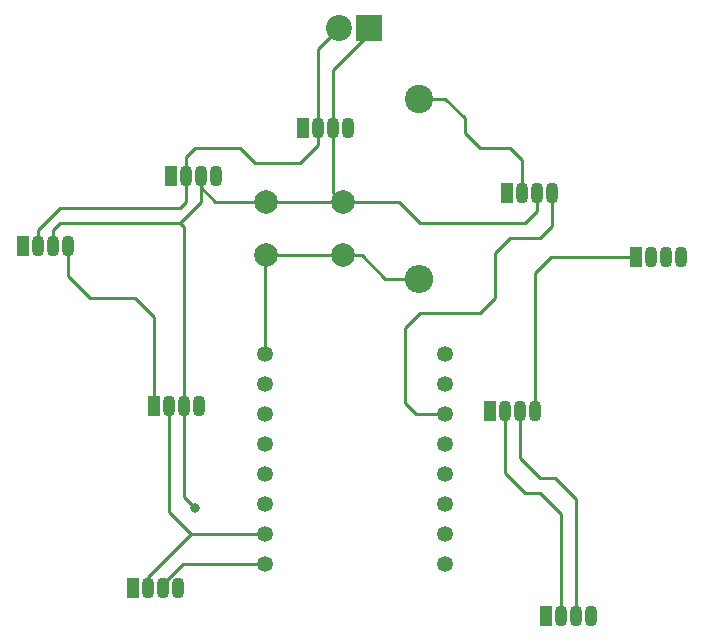
<source format=gbr>
%TF.GenerationSoftware,KiCad,Pcbnew,6.0.2+dfsg-1*%
%TF.CreationDate,2025-11-15T19:05:01+01:00*%
%TF.ProjectId,xmas,786d6173-2e6b-4696-9361-645f70636258,rev?*%
%TF.SameCoordinates,Original*%
%TF.FileFunction,Copper,L1,Top*%
%TF.FilePolarity,Positive*%
%FSLAX46Y46*%
G04 Gerber Fmt 4.6, Leading zero omitted, Abs format (unit mm)*
G04 Created by KiCad (PCBNEW 6.0.2+dfsg-1) date 2025-11-15 19:05:01*
%MOMM*%
%LPD*%
G01*
G04 APERTURE LIST*
%TA.AperFunction,ComponentPad*%
%ADD10R,1.070000X1.800000*%
%TD*%
%TA.AperFunction,ComponentPad*%
%ADD11O,1.070000X1.800000*%
%TD*%
%TA.AperFunction,ComponentPad*%
%ADD12C,2.000000*%
%TD*%
%TA.AperFunction,ComponentPad*%
%ADD13C,2.400000*%
%TD*%
%TA.AperFunction,ComponentPad*%
%ADD14O,2.400000X2.400000*%
%TD*%
%TA.AperFunction,ComponentPad*%
%ADD15R,2.200000X2.200000*%
%TD*%
%TA.AperFunction,ComponentPad*%
%ADD16C,2.200000*%
%TD*%
%TA.AperFunction,ComponentPad*%
%ADD17C,1.348000*%
%TD*%
%TA.AperFunction,ViaPad*%
%ADD18C,0.800000*%
%TD*%
%TA.AperFunction,Conductor*%
%ADD19C,0.250000*%
%TD*%
G04 APERTURE END LIST*
D10*
%TO.P,D9,1,DO*%
%TO.N,unconnected-(D9-Pad1)*%
X91700000Y-63100000D03*
D11*
%TO.P,D9,2,GND*%
%TO.N,GND*%
X92970000Y-63100000D03*
%TO.P,D9,3,VDD*%
%TO.N,Net-(U1-Pad5V)*%
X94240000Y-63100000D03*
%TO.P,D9,4,DI*%
%TO.N,Net-(D8-Pad1)*%
X95510000Y-63100000D03*
%TD*%
D12*
%TO.P,SW1,1,1*%
%TO.N,Net-(U1-Pad5V)*%
X95050000Y-69350000D03*
X88550000Y-69350000D03*
%TO.P,SW1,2,2*%
%TO.N,Net-(U1-Pad0)*%
X95050000Y-73850000D03*
X88550000Y-73850000D03*
%TD*%
D13*
%TO.P,R1,1*%
%TO.N,GND*%
X101500000Y-60580000D03*
D14*
%TO.P,R1,2*%
%TO.N,Net-(U1-Pad0)*%
X101500000Y-75820000D03*
%TD*%
D10*
%TO.P,D8,1,DO*%
%TO.N,Net-(D8-Pad1)*%
X80490000Y-67100000D03*
D11*
%TO.P,D8,2,GND*%
%TO.N,GND*%
X81760000Y-67100000D03*
%TO.P,D8,3,VDD*%
%TO.N,Net-(U1-Pad5V)*%
X83030000Y-67100000D03*
%TO.P,D8,4,DI*%
%TO.N,Net-(D7-Pad1)*%
X84300000Y-67100000D03*
%TD*%
D10*
%TO.P,D7,1,DO*%
%TO.N,Net-(D7-Pad1)*%
X68000000Y-73100000D03*
D11*
%TO.P,D7,2,GND*%
%TO.N,GND*%
X69270000Y-73100000D03*
%TO.P,D7,3,VDD*%
%TO.N,Net-(U1-Pad5V)*%
X70540000Y-73100000D03*
%TO.P,D7,4,DI*%
%TO.N,Net-(D6-Pad1)*%
X71810000Y-73100000D03*
%TD*%
D10*
%TO.P,D6,1,DO*%
%TO.N,Net-(D6-Pad1)*%
X79100000Y-86600000D03*
D11*
%TO.P,D6,2,GND*%
%TO.N,GND*%
X80370000Y-86600000D03*
%TO.P,D6,3,VDD*%
%TO.N,Net-(U1-Pad5V)*%
X81640000Y-86600000D03*
%TO.P,D6,4,DI*%
%TO.N,Net-(D5-Pad1)*%
X82910000Y-86600000D03*
%TD*%
D10*
%TO.P,D5,1,DO*%
%TO.N,Net-(D5-Pad1)*%
X77300000Y-102000000D03*
D11*
%TO.P,D5,2,GND*%
%TO.N,GND*%
X78570000Y-102000000D03*
%TO.P,D5,3,VDD*%
%TO.N,Net-(U1-Pad5V)*%
X79840000Y-102000000D03*
%TO.P,D5,4,DI*%
%TO.N,Net-(D4-Pad1)*%
X81110000Y-102000000D03*
%TD*%
D10*
%TO.P,D4,1,DO*%
%TO.N,Net-(D4-Pad1)*%
X112300000Y-104400000D03*
D11*
%TO.P,D4,2,GND*%
%TO.N,GND*%
X113570000Y-104400000D03*
%TO.P,D4,3,VDD*%
%TO.N,Net-(U1-Pad5V)*%
X114840000Y-104400000D03*
%TO.P,D4,4,DI*%
%TO.N,Net-(D3-Pad1)*%
X116110000Y-104400000D03*
%TD*%
D10*
%TO.P,D3,1,DO*%
%TO.N,Net-(D3-Pad1)*%
X107500000Y-87000000D03*
D11*
%TO.P,D3,2,GND*%
%TO.N,GND*%
X108770000Y-87000000D03*
%TO.P,D3,3,VDD*%
%TO.N,Net-(U1-Pad5V)*%
X110040000Y-87000000D03*
%TO.P,D3,4,DI*%
%TO.N,Net-(D2-Pad1)*%
X111310000Y-87000000D03*
%TD*%
D10*
%TO.P,D2,1,DO*%
%TO.N,Net-(D2-Pad1)*%
X119900000Y-74000000D03*
D11*
%TO.P,D2,2,GND*%
%TO.N,GND*%
X121170000Y-74000000D03*
%TO.P,D2,3,VDD*%
%TO.N,Net-(U1-Pad5V)*%
X122440000Y-74000000D03*
%TO.P,D2,4,DI*%
%TO.N,Net-(D1-Pad1)*%
X123710000Y-74000000D03*
%TD*%
D10*
%TO.P,D1,1,DO*%
%TO.N,Net-(D1-Pad1)*%
X109000000Y-68600000D03*
D11*
%TO.P,D1,2,GND*%
%TO.N,GND*%
X110270000Y-68600000D03*
%TO.P,D1,3,VDD*%
%TO.N,Net-(U1-Pad5V)*%
X111540000Y-68600000D03*
%TO.P,D1,4,DI*%
%TO.N,Net-(U1-Pad10)*%
X112810000Y-68600000D03*
%TD*%
D15*
%TO.P,J1,1,Pin_1*%
%TO.N,Net-(U1-Pad5V)*%
X97300000Y-54600000D03*
D16*
%TO.P,J1,2,Pin_2*%
%TO.N,GND*%
X94760000Y-54600000D03*
%TD*%
D17*
%TO.P,U1,5,GPIO5*%
%TO.N,unconnected-(U1-Pad5)*%
X103720000Y-100000000D03*
%TO.P,U1,6,GPIO6*%
%TO.N,unconnected-(U1-Pad6)*%
X103720000Y-97460000D03*
%TO.P,U1,7,GPIO7*%
%TO.N,unconnected-(U1-Pad7)*%
X103720000Y-94920000D03*
%TO.P,U1,8,GPIO8*%
%TO.N,unconnected-(U1-Pad8)*%
X103720000Y-92380000D03*
%TO.P,U1,9,GPIO9*%
%TO.N,unconnected-(U1-Pad9)*%
X103720000Y-89840000D03*
%TO.P,U1,10,GPIO10*%
%TO.N,Net-(U1-Pad10)*%
X103720000Y-87300000D03*
%TO.P,U1,20,GPIO20*%
%TO.N,unconnected-(U1-Pad20)*%
X103720000Y-84760000D03*
%TO.P,U1,21,GPIO21*%
%TO.N,unconnected-(U1-Pad21)*%
X103720000Y-82220000D03*
%TO.P,U1,0,GPIO0*%
%TO.N,Net-(U1-Pad0)*%
X88480000Y-82220000D03*
%TO.P,U1,1,GPIO1*%
%TO.N,unconnected-(U1-Pad1)*%
X88480000Y-84760000D03*
%TO.P,U1,2,GPIO2*%
%TO.N,unconnected-(U1-Pad2)*%
X88480000Y-87300000D03*
%TO.P,U1,3,GPIO3*%
%TO.N,unconnected-(U1-Pad3)*%
X88480000Y-89840000D03*
%TO.P,U1,4,GPIO4*%
%TO.N,unconnected-(U1-Pad4)*%
X88480000Y-92380000D03*
%TO.P,U1,3.3,3V3*%
%TO.N,unconnected-(U1-Pad3.3)*%
X88480000Y-94920000D03*
%TO.P,U1,G,GND*%
%TO.N,GND*%
X88480000Y-97460000D03*
%TO.P,U1,5V,5V*%
%TO.N,Net-(U1-Pad5V)*%
X88480000Y-100000000D03*
%TD*%
D18*
%TO.N,Net-(U1-Pad5V)*%
X82550000Y-95250000D03*
%TD*%
D19*
%TO.N,Net-(U1-Pad0)*%
X88480000Y-82220000D02*
X88480000Y-73920000D01*
X88480000Y-73920000D02*
X88550000Y-73850000D01*
%TO.N,Net-(U1-Pad5V)*%
X111760000Y-92710000D02*
X113030000Y-92710000D01*
X110040000Y-87000000D02*
X110040000Y-90990000D01*
X110040000Y-90990000D02*
X111760000Y-92710000D01*
X114840000Y-94520000D02*
X114840000Y-104400000D01*
X113030000Y-92710000D02*
X114840000Y-94520000D01*
%TO.N,GND*%
X108770000Y-87000000D02*
X108770000Y-92260000D01*
X108770000Y-92260000D02*
X110490000Y-93980000D01*
X110490000Y-93980000D02*
X111760000Y-93980000D01*
X111760000Y-93980000D02*
X113570000Y-95790000D01*
X113570000Y-95790000D02*
X113570000Y-104400000D01*
%TO.N,Net-(U1-Pad5V)*%
X81640000Y-86600000D02*
X81640000Y-94340000D01*
X81640000Y-94340000D02*
X82550000Y-95250000D01*
%TO.N,GND*%
X78570000Y-102000000D02*
X78570000Y-101110000D01*
X78570000Y-101110000D02*
X82220000Y-97460000D01*
%TO.N,Net-(U1-Pad5V)*%
X88480000Y-100000000D02*
X81529456Y-100000000D01*
X81529456Y-100000000D02*
X79840000Y-101689456D01*
X79840000Y-101689456D02*
X79840000Y-102000000D01*
%TO.N,GND*%
X88480000Y-97460000D02*
X82220000Y-97460000D01*
X82220000Y-97460000D02*
X80370000Y-95610000D01*
X80370000Y-95610000D02*
X80370000Y-86600000D01*
%TO.N,Net-(U1-Pad5V)*%
X81640000Y-86600000D02*
X81640000Y-71480000D01*
X81640000Y-71480000D02*
X81280000Y-71120000D01*
%TO.N,Net-(D6-Pad1)*%
X71810000Y-73100000D02*
X71810000Y-75620000D01*
X73660000Y-77470000D02*
X77470000Y-77470000D01*
X71810000Y-75620000D02*
X73660000Y-77470000D01*
X77470000Y-77470000D02*
X79100000Y-79100000D01*
X79100000Y-79100000D02*
X79100000Y-86600000D01*
%TO.N,Net-(U1-Pad5V)*%
X81280000Y-71120000D02*
X71120000Y-71120000D01*
X83030000Y-67100000D02*
X83030000Y-69370000D01*
X83030000Y-69370000D02*
X81280000Y-71120000D01*
X71120000Y-71120000D02*
X70540000Y-71700000D01*
X70540000Y-71700000D02*
X70540000Y-73100000D01*
%TO.N,GND*%
X81280000Y-69850000D02*
X71120000Y-69850000D01*
X81760000Y-67100000D02*
X81760000Y-69370000D01*
X81760000Y-69370000D02*
X81280000Y-69850000D01*
X71120000Y-69850000D02*
X69270000Y-71700000D01*
X69270000Y-71700000D02*
X69270000Y-73100000D01*
X87630000Y-66040000D02*
X91440000Y-66040000D01*
X92970000Y-64510000D02*
X92970000Y-63100000D01*
X81760000Y-65560000D02*
X82550000Y-64770000D01*
X91440000Y-66040000D02*
X92970000Y-64510000D01*
X81760000Y-67100000D02*
X81760000Y-65560000D01*
X82550000Y-64770000D02*
X86360000Y-64770000D01*
X86360000Y-64770000D02*
X87630000Y-66040000D01*
%TO.N,Net-(U1-Pad5V)*%
X83030000Y-67100000D02*
X83030000Y-68100000D01*
X83030000Y-68100000D02*
X84280000Y-69350000D01*
X84280000Y-69350000D02*
X88550000Y-69350000D01*
%TO.N,GND*%
X101500000Y-60580000D02*
X103760000Y-60580000D01*
X105410000Y-62230000D02*
X105410000Y-63500000D01*
X103760000Y-60580000D02*
X105410000Y-62230000D01*
X105410000Y-63500000D02*
X106680000Y-64770000D01*
X106680000Y-64770000D02*
X109220000Y-64770000D01*
X109220000Y-64770000D02*
X110270000Y-65820000D01*
X110270000Y-65820000D02*
X110270000Y-68600000D01*
%TO.N,Net-(U1-Pad5V)*%
X95050000Y-69350000D02*
X99830000Y-69350000D01*
X111540000Y-70070000D02*
X111540000Y-68600000D01*
X99830000Y-69350000D02*
X101600000Y-71120000D01*
X101600000Y-71120000D02*
X110490000Y-71120000D01*
X110490000Y-71120000D02*
X111540000Y-70070000D01*
%TO.N,Net-(U1-Pad10)*%
X103720000Y-87300000D02*
X101270000Y-87300000D01*
X101270000Y-87300000D02*
X100330000Y-86360000D01*
X100330000Y-86360000D02*
X100330000Y-80010000D01*
X100330000Y-80010000D02*
X101600000Y-78740000D01*
X101600000Y-78740000D02*
X106680000Y-78740000D01*
X106680000Y-78740000D02*
X107950000Y-77470000D01*
X109220000Y-72390000D02*
X111760000Y-72390000D01*
X107950000Y-77470000D02*
X107950000Y-73660000D01*
X111760000Y-72390000D02*
X112810000Y-71340000D01*
X107950000Y-73660000D02*
X109220000Y-72390000D01*
X112810000Y-71340000D02*
X112810000Y-68600000D01*
%TO.N,Net-(D2-Pad1)*%
X119900000Y-74000000D02*
X112690000Y-74000000D01*
X112690000Y-74000000D02*
X111310000Y-75380000D01*
X111310000Y-75380000D02*
X111310000Y-87000000D01*
%TO.N,Net-(U1-Pad0)*%
X95050000Y-73850000D02*
X96710000Y-73850000D01*
X96710000Y-73850000D02*
X98680000Y-75820000D01*
X98680000Y-75820000D02*
X101500000Y-75820000D01*
%TO.N,Net-(U1-Pad5V)*%
X94240000Y-63100000D02*
X94240000Y-68540000D01*
X94240000Y-68540000D02*
X95050000Y-69350000D01*
X97300000Y-54600000D02*
X97300000Y-55100000D01*
X97300000Y-55100000D02*
X94240000Y-58160000D01*
X94240000Y-58160000D02*
X94240000Y-63100000D01*
%TO.N,GND*%
X92970000Y-63100000D02*
X92970000Y-56390000D01*
X92970000Y-56390000D02*
X94760000Y-54600000D01*
%TO.N,Net-(U1-Pad5V)*%
X88550000Y-69350000D02*
X95050000Y-69350000D01*
%TO.N,Net-(U1-Pad0)*%
X95050000Y-73850000D02*
X88550000Y-73850000D01*
%TD*%
M02*

</source>
